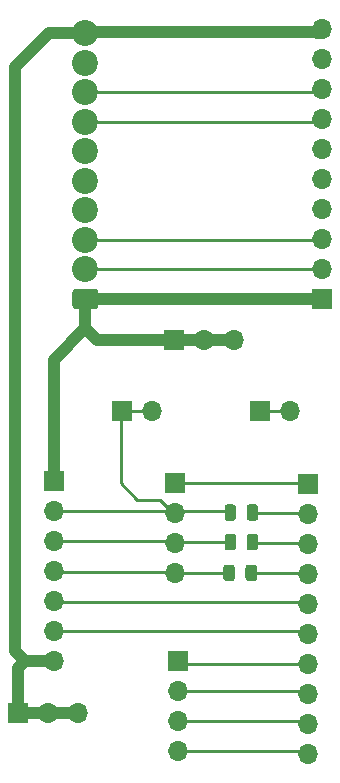
<source format=gbr>
%TF.GenerationSoftware,KiCad,Pcbnew,5.1.6-c6e7f7d~87~ubuntu16.04.1*%
%TF.CreationDate,2020-08-06T14:46:29+05:00*%
%TF.ProjectId,adapter,61646170-7465-4722-9e6b-696361645f70,rev?*%
%TF.SameCoordinates,Original*%
%TF.FileFunction,Copper,L1,Top*%
%TF.FilePolarity,Positive*%
%FSLAX46Y46*%
G04 Gerber Fmt 4.6, Leading zero omitted, Abs format (unit mm)*
G04 Created by KiCad (PCBNEW 5.1.6-c6e7f7d~87~ubuntu16.04.1) date 2020-08-06 14:46:29*
%MOMM*%
%LPD*%
G01*
G04 APERTURE LIST*
%TA.AperFunction,ComponentPad*%
%ADD10C,2.200000*%
%TD*%
%TA.AperFunction,ComponentPad*%
%ADD11R,1.700000X1.700000*%
%TD*%
%TA.AperFunction,ComponentPad*%
%ADD12O,1.700000X1.700000*%
%TD*%
%TA.AperFunction,Conductor*%
%ADD13C,1.000000*%
%TD*%
%TA.AperFunction,Conductor*%
%ADD14C,0.250000*%
%TD*%
G04 APERTURE END LIST*
%TO.P,J1,1*%
%TO.N,12V*%
%TA.AperFunction,ComponentPad*%
G36*
G01*
X31100000Y-49400000D02*
X31100000Y-50600000D01*
G75*
G02*
X30850000Y-50850000I-250000J0D01*
G01*
X29150000Y-50850000D01*
G75*
G02*
X28900000Y-50600000I0J250000D01*
G01*
X28900000Y-49400000D01*
G75*
G02*
X29150000Y-49150000I250000J0D01*
G01*
X30850000Y-49150000D01*
G75*
G02*
X31100000Y-49400000I0J-250000D01*
G01*
G37*
%TD.AperFunction*%
D10*
%TO.P,J1,2*%
%TO.N,MS_H*%
X30000000Y-47500000D03*
%TO.P,J1,3*%
%TO.N,MS_L*%
X30000000Y-45000000D03*
%TO.P,J1,4*%
%TO.N,N/C*%
X30000000Y-42500000D03*
%TO.P,J1,5*%
X30000000Y-40000000D03*
%TO.P,J1,6*%
X30000000Y-37500000D03*
%TO.P,J1,7*%
%TO.N,SWC*%
X30000000Y-35000000D03*
%TO.P,J1,8*%
%TO.N,SWC_GND*%
X30000000Y-32500000D03*
%TO.P,J1,9*%
%TO.N,N/C*%
X30000000Y-30000000D03*
%TO.P,J1,10*%
%TO.N,GND*%
X30000000Y-27500000D03*
%TD*%
D11*
%TO.P,J2,1*%
%TO.N,12V*%
X50000000Y-50000000D03*
D12*
%TO.P,J2,2*%
%TO.N,MS_H*%
X50000000Y-47460000D03*
%TO.P,J2,3*%
%TO.N,MS_L*%
X50000000Y-44920000D03*
%TO.P,J2,4*%
%TO.N,N/C*%
X50000000Y-42380000D03*
%TO.P,J2,5*%
X50000000Y-39840000D03*
%TO.P,J2,6*%
X50000000Y-37300000D03*
%TO.P,J2,7*%
%TO.N,SWC*%
X50000000Y-34760000D03*
%TO.P,J2,8*%
%TO.N,SWC_GND*%
X50000000Y-32220000D03*
%TO.P,J2,9*%
%TO.N,N/C*%
X50000000Y-29680000D03*
%TO.P,J2,10*%
%TO.N,GND*%
X50000000Y-27140000D03*
%TD*%
D11*
%TO.P,J3,1*%
%TO.N,12V*%
X27300000Y-65425001D03*
D12*
%TO.P,J3,2*%
%TO.N,IGN*%
X27300000Y-67965001D03*
%TO.P,J3,3*%
%TO.N,ILLUM*%
X27300000Y-70505001D03*
%TO.P,J3,4*%
%TO.N,BACK*%
X27300000Y-73045001D03*
%TO.P,J3,5*%
%TO.N,AND_TX*%
X27300000Y-75585001D03*
%TO.P,J3,6*%
%TO.N,AND_RX*%
X27300000Y-78125001D03*
%TO.P,J3,7*%
%TO.N,GND*%
X27300000Y-80665001D03*
%TD*%
%TO.P,J6,3*%
%TO.N,GND*%
X29380000Y-85100000D03*
%TO.P,J6,2*%
X26840000Y-85100000D03*
D11*
%TO.P,J6,1*%
X24300000Y-85100000D03*
%TD*%
%TO.P,J7,1*%
%TO.N,12V*%
X37500000Y-53500000D03*
D12*
%TO.P,J7,2*%
X40040000Y-53500000D03*
%TO.P,J7,3*%
X42580000Y-53500000D03*
%TD*%
D11*
%TO.P,J8,1*%
%TO.N,IGN*%
X33100000Y-59500000D03*
D12*
%TO.P,J8,2*%
X35640000Y-59500000D03*
%TD*%
%TO.P,R1,1*%
%TO.N,IGN'*%
%TA.AperFunction,SMDPad,CuDef*%
G36*
G01*
X44625000Y-67643750D02*
X44625000Y-68556250D01*
G75*
G02*
X44381250Y-68800000I-243750J0D01*
G01*
X43893750Y-68800000D01*
G75*
G02*
X43650000Y-68556250I0J243750D01*
G01*
X43650000Y-67643750D01*
G75*
G02*
X43893750Y-67400000I243750J0D01*
G01*
X44381250Y-67400000D01*
G75*
G02*
X44625000Y-67643750I0J-243750D01*
G01*
G37*
%TD.AperFunction*%
%TO.P,R1,2*%
%TO.N,IGN*%
%TA.AperFunction,SMDPad,CuDef*%
G36*
G01*
X42750000Y-67643750D02*
X42750000Y-68556250D01*
G75*
G02*
X42506250Y-68800000I-243750J0D01*
G01*
X42018750Y-68800000D01*
G75*
G02*
X41775000Y-68556250I0J243750D01*
G01*
X41775000Y-67643750D01*
G75*
G02*
X42018750Y-67400000I243750J0D01*
G01*
X42506250Y-67400000D01*
G75*
G02*
X42750000Y-67643750I0J-243750D01*
G01*
G37*
%TD.AperFunction*%
%TD*%
%TO.P,R2,2*%
%TO.N,ILLUM*%
%TA.AperFunction,SMDPad,CuDef*%
G36*
G01*
X42750000Y-70143750D02*
X42750000Y-71056250D01*
G75*
G02*
X42506250Y-71300000I-243750J0D01*
G01*
X42018750Y-71300000D01*
G75*
G02*
X41775000Y-71056250I0J243750D01*
G01*
X41775000Y-70143750D01*
G75*
G02*
X42018750Y-69900000I243750J0D01*
G01*
X42506250Y-69900000D01*
G75*
G02*
X42750000Y-70143750I0J-243750D01*
G01*
G37*
%TD.AperFunction*%
%TO.P,R2,1*%
%TO.N,ILLUM'*%
%TA.AperFunction,SMDPad,CuDef*%
G36*
G01*
X44625000Y-70143750D02*
X44625000Y-71056250D01*
G75*
G02*
X44381250Y-71300000I-243750J0D01*
G01*
X43893750Y-71300000D01*
G75*
G02*
X43650000Y-71056250I0J243750D01*
G01*
X43650000Y-70143750D01*
G75*
G02*
X43893750Y-69900000I243750J0D01*
G01*
X44381250Y-69900000D01*
G75*
G02*
X44625000Y-70143750I0J-243750D01*
G01*
G37*
%TD.AperFunction*%
%TD*%
%TO.P,R3,1*%
%TO.N,BACK'*%
%TA.AperFunction,SMDPad,CuDef*%
G36*
G01*
X44525000Y-72743750D02*
X44525000Y-73656250D01*
G75*
G02*
X44281250Y-73900000I-243750J0D01*
G01*
X43793750Y-73900000D01*
G75*
G02*
X43550000Y-73656250I0J243750D01*
G01*
X43550000Y-72743750D01*
G75*
G02*
X43793750Y-72500000I243750J0D01*
G01*
X44281250Y-72500000D01*
G75*
G02*
X44525000Y-72743750I0J-243750D01*
G01*
G37*
%TD.AperFunction*%
%TO.P,R3,2*%
%TO.N,BACK*%
%TA.AperFunction,SMDPad,CuDef*%
G36*
G01*
X42650000Y-72743750D02*
X42650000Y-73656250D01*
G75*
G02*
X42406250Y-73900000I-243750J0D01*
G01*
X41918750Y-73900000D01*
G75*
G02*
X41675000Y-73656250I0J243750D01*
G01*
X41675000Y-72743750D01*
G75*
G02*
X41918750Y-72500000I243750J0D01*
G01*
X42406250Y-72500000D01*
G75*
G02*
X42650000Y-72743750I0J-243750D01*
G01*
G37*
%TD.AperFunction*%
%TD*%
D11*
%TO.P,J9,1*%
%TO.N,HS_H*%
X37800000Y-80700000D03*
D12*
%TO.P,J9,2*%
%TO.N,HS_L*%
X37800000Y-83240000D03*
%TO.P,J9,3*%
%TO.N,KEY_H*%
X37800000Y-85780000D03*
%TO.P,J9,4*%
%TO.N,KEY_L*%
X37800000Y-88320000D03*
%TD*%
D11*
%TO.P,J4,1*%
%TO.N,LIN*%
X37600000Y-65600000D03*
D12*
%TO.P,J4,2*%
%TO.N,IGN*%
X37600000Y-68140000D03*
%TO.P,J4,3*%
%TO.N,ILLUM*%
X37600000Y-70680000D03*
%TO.P,J4,4*%
%TO.N,BACK*%
X37600000Y-73220000D03*
%TD*%
D11*
%TO.P,J5,1*%
%TO.N,LIN*%
X48800000Y-65700000D03*
D12*
%TO.P,J5,2*%
%TO.N,IGN'*%
X48800000Y-68240000D03*
%TO.P,J5,3*%
%TO.N,ILLUM'*%
X48800000Y-70780000D03*
%TO.P,J5,4*%
%TO.N,BACK'*%
X48800000Y-73320000D03*
%TO.P,J5,5*%
%TO.N,AND_TX*%
X48800000Y-75860000D03*
%TO.P,J5,6*%
%TO.N,AND_RX*%
X48800000Y-78400000D03*
%TO.P,J5,7*%
%TO.N,HS_H*%
X48800000Y-80940000D03*
%TO.P,J5,8*%
%TO.N,HS_L*%
X48800000Y-83480000D03*
%TO.P,J5,9*%
%TO.N,KEY_H*%
X48800000Y-86020000D03*
%TO.P,J5,10*%
%TO.N,KEY_L*%
X48800000Y-88560000D03*
%TD*%
D11*
%TO.P,J10,1*%
%TO.N,ILLUM*%
X44800000Y-59500000D03*
D12*
%TO.P,J10,2*%
X47340000Y-59500000D03*
%TD*%
D13*
%TO.N,12V*%
X30000000Y-50000000D02*
X50000000Y-50000000D01*
X37500000Y-53500000D02*
X40040000Y-53500000D01*
X40040000Y-53500000D02*
X42580000Y-53500000D01*
X30000000Y-52500000D02*
X31000000Y-53500000D01*
X36500000Y-53500000D02*
X37500000Y-53500000D01*
X31000000Y-53500000D02*
X36500000Y-53500000D01*
X30000000Y-50000000D02*
X30000000Y-52500000D01*
X27300000Y-55200000D02*
X27300000Y-65425001D01*
X30000000Y-52500000D02*
X27300000Y-55200000D01*
D14*
%TO.N,MS_H*%
X49960000Y-47500000D02*
X50000000Y-47460000D01*
X30000000Y-47500000D02*
X49960000Y-47500000D01*
%TO.N,SWC*%
X49760000Y-35000000D02*
X50000000Y-34760000D01*
X30000000Y-35000000D02*
X49760000Y-35000000D01*
%TO.N,SWC_GND*%
X49720000Y-32500000D02*
X50000000Y-32220000D01*
X30000000Y-32500000D02*
X49720000Y-32500000D01*
%TO.N,GND*%
X27300000Y-80665001D02*
X26865001Y-81100000D01*
D13*
X27300000Y-80665001D02*
X24865001Y-80665001D01*
X24300000Y-85100000D02*
X26840000Y-85100000D01*
X26840000Y-85100000D02*
X29380000Y-85100000D01*
X24300000Y-81230002D02*
X24300000Y-85100000D01*
X24865001Y-80665001D02*
X24300000Y-81230002D01*
D14*
X49640000Y-27500000D02*
X50000000Y-27140000D01*
D13*
X49540000Y-27400000D02*
X49640000Y-27500000D01*
X30100000Y-27400000D02*
X49540000Y-27400000D01*
X30000000Y-27500000D02*
X30100000Y-27400000D01*
X24000000Y-30400000D02*
X26900000Y-27500000D01*
X26900000Y-27500000D02*
X30000000Y-27500000D01*
X24000000Y-79800000D02*
X24000000Y-30400000D01*
X24865001Y-80665001D02*
X24000000Y-79800000D01*
D14*
%TO.N,MS_L*%
X49920000Y-45000000D02*
X50000000Y-44920000D01*
X30000000Y-45000000D02*
X49920000Y-45000000D01*
%TO.N,ILLUM*%
X27305001Y-70500000D02*
X27300000Y-70505001D01*
X42262500Y-70600000D02*
X37805001Y-70600000D01*
X37805001Y-70600000D02*
X37800000Y-70605001D01*
X37694999Y-70500000D02*
X27305001Y-70500000D01*
X37800000Y-70605001D02*
X37694999Y-70500000D01*
X44800000Y-59500000D02*
X47340000Y-59500000D01*
%TO.N,IGN*%
X37700000Y-67965001D02*
X37800000Y-68065001D01*
X32934999Y-67965001D02*
X37700000Y-67965001D01*
X27300000Y-67965001D02*
X32934999Y-67965001D01*
X42162500Y-68000000D02*
X42262500Y-68100000D01*
X37865001Y-68000000D02*
X42162500Y-68000000D01*
X37800000Y-68065001D02*
X37865001Y-68000000D01*
X33100000Y-59500000D02*
X35640000Y-59500000D01*
X33000000Y-59600000D02*
X33100000Y-59500000D01*
X33000000Y-65600000D02*
X33000000Y-59600000D01*
X37800000Y-68065001D02*
X37365001Y-68065001D01*
X34400000Y-67000000D02*
X33000000Y-65600000D01*
X37365001Y-68065001D02*
X36300000Y-67000000D01*
X36300000Y-67000000D02*
X34400000Y-67000000D01*
%TO.N,BACK*%
X37480000Y-73100000D02*
X37600000Y-73220000D01*
X27354999Y-73100000D02*
X37480000Y-73100000D01*
X27300000Y-73045001D02*
X27354999Y-73100000D01*
X37620000Y-73200000D02*
X42162500Y-73200000D01*
X37600000Y-73220000D02*
X37620000Y-73200000D01*
%TO.N,LIN*%
X37615611Y-65584389D02*
X48784389Y-65584389D01*
X48784389Y-65584389D02*
X48800000Y-65600000D01*
X37600000Y-65600000D02*
X37615611Y-65584389D01*
%TO.N,AND_TX*%
X48740000Y-75700000D02*
X48800000Y-75760000D01*
X27414999Y-75700000D02*
X48740000Y-75700000D01*
X27300000Y-75585001D02*
X27414999Y-75700000D01*
%TO.N,AND_RX*%
X48600000Y-78100000D02*
X48800000Y-78300000D01*
X27325001Y-78100000D02*
X48600000Y-78100000D01*
X27300000Y-78125001D02*
X27325001Y-78100000D01*
%TO.N,HS_H*%
X48740000Y-80900000D02*
X48800000Y-80840000D01*
X37934999Y-80900000D02*
X48740000Y-80900000D01*
X37800000Y-80765001D02*
X37934999Y-80900000D01*
%TO.N,HS_L*%
X48620000Y-83200000D02*
X48800000Y-83380000D01*
X37905001Y-83200000D02*
X48620000Y-83200000D01*
X37800000Y-83305001D02*
X37905001Y-83200000D01*
%TO.N,IGN'*%
X48800000Y-68140000D02*
X48725001Y-68065001D01*
X48760000Y-68100000D02*
X48800000Y-68140000D01*
X44137500Y-68100000D02*
X48760000Y-68100000D01*
%TO.N,ILLUM'*%
X48800000Y-70680000D02*
X48725001Y-70605001D01*
X48780000Y-70700000D02*
X48800000Y-70680000D01*
X44237500Y-70700000D02*
X48780000Y-70700000D01*
X44137500Y-70600000D02*
X44237500Y-70700000D01*
%TO.N,BACK'*%
X44057500Y-73220000D02*
X44037500Y-73200000D01*
X48800000Y-73220000D02*
X44057500Y-73220000D01*
X48725001Y-73145001D02*
X48800000Y-73220000D01*
%TO.N,KEY_H*%
X48560000Y-85780000D02*
X48800000Y-86020000D01*
X37800000Y-85780000D02*
X48560000Y-85780000D01*
%TO.N,KEY_L*%
X48560000Y-88320000D02*
X48800000Y-88560000D01*
X37800000Y-88320000D02*
X48560000Y-88320000D01*
%TD*%
M02*

</source>
